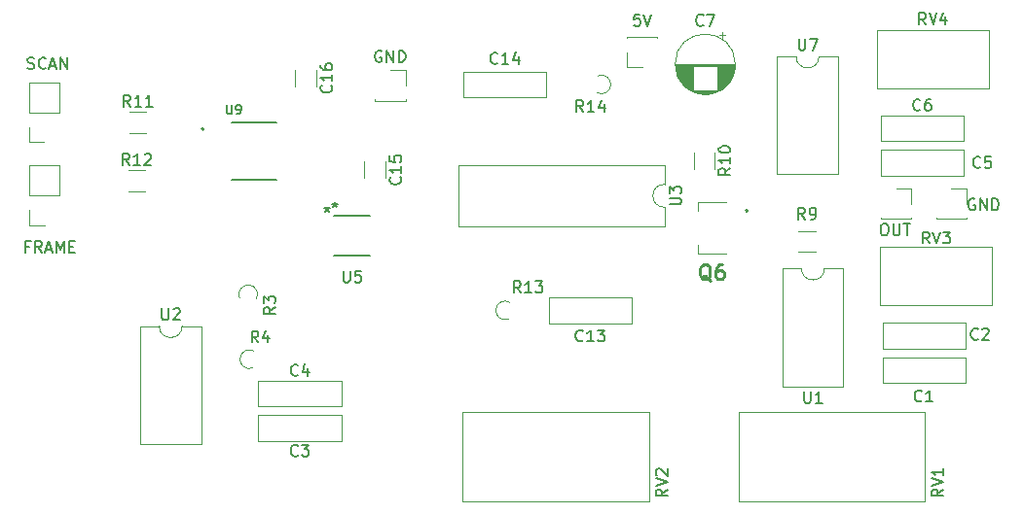
<source format=gbr>
%TF.GenerationSoftware,KiCad,Pcbnew,9.0.1-9.0.1-0~ubuntu24.04.1*%
%TF.CreationDate,2025-05-01T18:06:16+02:00*%
%TF.ProjectId,Circuito_LED,43697263-7569-4746-9f5f-4c45442e6b69,rev?*%
%TF.SameCoordinates,Original*%
%TF.FileFunction,Legend,Top*%
%TF.FilePolarity,Positive*%
%FSLAX46Y46*%
G04 Gerber Fmt 4.6, Leading zero omitted, Abs format (unit mm)*
G04 Created by KiCad (PCBNEW 9.0.1-9.0.1-0~ubuntu24.04.1) date 2025-05-01 18:06:16*
%MOMM*%
%LPD*%
G01*
G04 APERTURE LIST*
%ADD10C,0.150000*%
%ADD11C,0.254000*%
%ADD12C,0.120000*%
%ADD13C,0.152400*%
%ADD14C,0.100000*%
%ADD15C,0.200000*%
%ADD16C,0.127000*%
G04 APERTURE END LIST*
D10*
X169938095Y-94302438D02*
X169842857Y-94254819D01*
X169842857Y-94254819D02*
X169700000Y-94254819D01*
X169700000Y-94254819D02*
X169557143Y-94302438D01*
X169557143Y-94302438D02*
X169461905Y-94397676D01*
X169461905Y-94397676D02*
X169414286Y-94492914D01*
X169414286Y-94492914D02*
X169366667Y-94683390D01*
X169366667Y-94683390D02*
X169366667Y-94826247D01*
X169366667Y-94826247D02*
X169414286Y-95016723D01*
X169414286Y-95016723D02*
X169461905Y-95111961D01*
X169461905Y-95111961D02*
X169557143Y-95207200D01*
X169557143Y-95207200D02*
X169700000Y-95254819D01*
X169700000Y-95254819D02*
X169795238Y-95254819D01*
X169795238Y-95254819D02*
X169938095Y-95207200D01*
X169938095Y-95207200D02*
X169985714Y-95159580D01*
X169985714Y-95159580D02*
X169985714Y-94826247D01*
X169985714Y-94826247D02*
X169795238Y-94826247D01*
X170414286Y-95254819D02*
X170414286Y-94254819D01*
X170414286Y-94254819D02*
X170985714Y-95254819D01*
X170985714Y-95254819D02*
X170985714Y-94254819D01*
X171461905Y-95254819D02*
X171461905Y-94254819D01*
X171461905Y-94254819D02*
X171700000Y-94254819D01*
X171700000Y-94254819D02*
X171842857Y-94302438D01*
X171842857Y-94302438D02*
X171938095Y-94397676D01*
X171938095Y-94397676D02*
X171985714Y-94492914D01*
X171985714Y-94492914D02*
X172033333Y-94683390D01*
X172033333Y-94683390D02*
X172033333Y-94826247D01*
X172033333Y-94826247D02*
X171985714Y-95016723D01*
X171985714Y-95016723D02*
X171938095Y-95111961D01*
X171938095Y-95111961D02*
X171842857Y-95207200D01*
X171842857Y-95207200D02*
X171700000Y-95254819D01*
X171700000Y-95254819D02*
X171461905Y-95254819D01*
X115028747Y-100554819D02*
X115028747Y-101364342D01*
X115028747Y-101364342D02*
X115076366Y-101459580D01*
X115076366Y-101459580D02*
X115123985Y-101507200D01*
X115123985Y-101507200D02*
X115219223Y-101554819D01*
X115219223Y-101554819D02*
X115409699Y-101554819D01*
X115409699Y-101554819D02*
X115504937Y-101507200D01*
X115504937Y-101507200D02*
X115552556Y-101459580D01*
X115552556Y-101459580D02*
X115600175Y-101364342D01*
X115600175Y-101364342D02*
X115600175Y-100554819D01*
X116552556Y-100554819D02*
X116076366Y-100554819D01*
X116076366Y-100554819D02*
X116028747Y-101031009D01*
X116028747Y-101031009D02*
X116076366Y-100983390D01*
X116076366Y-100983390D02*
X116171604Y-100935771D01*
X116171604Y-100935771D02*
X116409699Y-100935771D01*
X116409699Y-100935771D02*
X116504937Y-100983390D01*
X116504937Y-100983390D02*
X116552556Y-101031009D01*
X116552556Y-101031009D02*
X116600175Y-101126247D01*
X116600175Y-101126247D02*
X116600175Y-101364342D01*
X116600175Y-101364342D02*
X116552556Y-101459580D01*
X116552556Y-101459580D02*
X116504937Y-101507200D01*
X116504937Y-101507200D02*
X116409699Y-101554819D01*
X116409699Y-101554819D02*
X116171604Y-101554819D01*
X116171604Y-101554819D02*
X116076366Y-101507200D01*
X116076366Y-101507200D02*
X116028747Y-101459580D01*
X114300000Y-94554819D02*
X114300000Y-94792914D01*
X114061905Y-94697676D02*
X114300000Y-94792914D01*
X114300000Y-94792914D02*
X114538095Y-94697676D01*
X114157143Y-94983390D02*
X114300000Y-94792914D01*
X114300000Y-94792914D02*
X114442857Y-94983390D01*
X113600000Y-94954819D02*
X113600000Y-95192914D01*
X113361905Y-95097676D02*
X113600000Y-95192914D01*
X113600000Y-95192914D02*
X113838095Y-95097676D01*
X113457143Y-95383390D02*
X113600000Y-95192914D01*
X113600000Y-95192914D02*
X113742857Y-95383390D01*
X170428333Y-91489580D02*
X170380714Y-91537200D01*
X170380714Y-91537200D02*
X170237857Y-91584819D01*
X170237857Y-91584819D02*
X170142619Y-91584819D01*
X170142619Y-91584819D02*
X169999762Y-91537200D01*
X169999762Y-91537200D02*
X169904524Y-91441961D01*
X169904524Y-91441961D02*
X169856905Y-91346723D01*
X169856905Y-91346723D02*
X169809286Y-91156247D01*
X169809286Y-91156247D02*
X169809286Y-91013390D01*
X169809286Y-91013390D02*
X169856905Y-90822914D01*
X169856905Y-90822914D02*
X169904524Y-90727676D01*
X169904524Y-90727676D02*
X169999762Y-90632438D01*
X169999762Y-90632438D02*
X170142619Y-90584819D01*
X170142619Y-90584819D02*
X170237857Y-90584819D01*
X170237857Y-90584819D02*
X170380714Y-90632438D01*
X170380714Y-90632438D02*
X170428333Y-90680057D01*
X171333095Y-90584819D02*
X170856905Y-90584819D01*
X170856905Y-90584819D02*
X170809286Y-91061009D01*
X170809286Y-91061009D02*
X170856905Y-91013390D01*
X170856905Y-91013390D02*
X170952143Y-90965771D01*
X170952143Y-90965771D02*
X171190238Y-90965771D01*
X171190238Y-90965771D02*
X171285476Y-91013390D01*
X171285476Y-91013390D02*
X171333095Y-91061009D01*
X171333095Y-91061009D02*
X171380714Y-91156247D01*
X171380714Y-91156247D02*
X171380714Y-91394342D01*
X171380714Y-91394342D02*
X171333095Y-91489580D01*
X171333095Y-91489580D02*
X171285476Y-91537200D01*
X171285476Y-91537200D02*
X171190238Y-91584819D01*
X171190238Y-91584819D02*
X170952143Y-91584819D01*
X170952143Y-91584819D02*
X170856905Y-91537200D01*
X170856905Y-91537200D02*
X170809286Y-91489580D01*
X109124819Y-103711666D02*
X108648628Y-104044999D01*
X109124819Y-104283094D02*
X108124819Y-104283094D01*
X108124819Y-104283094D02*
X108124819Y-103902142D01*
X108124819Y-103902142D02*
X108172438Y-103806904D01*
X108172438Y-103806904D02*
X108220057Y-103759285D01*
X108220057Y-103759285D02*
X108315295Y-103711666D01*
X108315295Y-103711666D02*
X108458152Y-103711666D01*
X108458152Y-103711666D02*
X108553390Y-103759285D01*
X108553390Y-103759285D02*
X108601009Y-103806904D01*
X108601009Y-103806904D02*
X108648628Y-103902142D01*
X108648628Y-103902142D02*
X108648628Y-104283094D01*
X108124819Y-103378332D02*
X108124819Y-102759285D01*
X108124819Y-102759285D02*
X108505771Y-103092618D01*
X108505771Y-103092618D02*
X108505771Y-102949761D01*
X108505771Y-102949761D02*
X108553390Y-102854523D01*
X108553390Y-102854523D02*
X108601009Y-102806904D01*
X108601009Y-102806904D02*
X108696247Y-102759285D01*
X108696247Y-102759285D02*
X108934342Y-102759285D01*
X108934342Y-102759285D02*
X109029580Y-102806904D01*
X109029580Y-102806904D02*
X109077200Y-102854523D01*
X109077200Y-102854523D02*
X109124819Y-102949761D01*
X109124819Y-102949761D02*
X109124819Y-103235475D01*
X109124819Y-103235475D02*
X109077200Y-103330713D01*
X109077200Y-103330713D02*
X109029580Y-103378332D01*
X165208333Y-86489580D02*
X165160714Y-86537200D01*
X165160714Y-86537200D02*
X165017857Y-86584819D01*
X165017857Y-86584819D02*
X164922619Y-86584819D01*
X164922619Y-86584819D02*
X164779762Y-86537200D01*
X164779762Y-86537200D02*
X164684524Y-86441961D01*
X164684524Y-86441961D02*
X164636905Y-86346723D01*
X164636905Y-86346723D02*
X164589286Y-86156247D01*
X164589286Y-86156247D02*
X164589286Y-86013390D01*
X164589286Y-86013390D02*
X164636905Y-85822914D01*
X164636905Y-85822914D02*
X164684524Y-85727676D01*
X164684524Y-85727676D02*
X164779762Y-85632438D01*
X164779762Y-85632438D02*
X164922619Y-85584819D01*
X164922619Y-85584819D02*
X165017857Y-85584819D01*
X165017857Y-85584819D02*
X165160714Y-85632438D01*
X165160714Y-85632438D02*
X165208333Y-85680057D01*
X166065476Y-85584819D02*
X165875000Y-85584819D01*
X165875000Y-85584819D02*
X165779762Y-85632438D01*
X165779762Y-85632438D02*
X165732143Y-85680057D01*
X165732143Y-85680057D02*
X165636905Y-85822914D01*
X165636905Y-85822914D02*
X165589286Y-86013390D01*
X165589286Y-86013390D02*
X165589286Y-86394342D01*
X165589286Y-86394342D02*
X165636905Y-86489580D01*
X165636905Y-86489580D02*
X165684524Y-86537200D01*
X165684524Y-86537200D02*
X165779762Y-86584819D01*
X165779762Y-86584819D02*
X165970238Y-86584819D01*
X165970238Y-86584819D02*
X166065476Y-86537200D01*
X166065476Y-86537200D02*
X166113095Y-86489580D01*
X166113095Y-86489580D02*
X166160714Y-86394342D01*
X166160714Y-86394342D02*
X166160714Y-86156247D01*
X166160714Y-86156247D02*
X166113095Y-86061009D01*
X166113095Y-86061009D02*
X166065476Y-86013390D01*
X166065476Y-86013390D02*
X165970238Y-85965771D01*
X165970238Y-85965771D02*
X165779762Y-85965771D01*
X165779762Y-85965771D02*
X165684524Y-86013390D01*
X165684524Y-86013390D02*
X165636905Y-86061009D01*
X165636905Y-86061009D02*
X165589286Y-86156247D01*
X140809523Y-78204819D02*
X140333333Y-78204819D01*
X140333333Y-78204819D02*
X140285714Y-78681009D01*
X140285714Y-78681009D02*
X140333333Y-78633390D01*
X140333333Y-78633390D02*
X140428571Y-78585771D01*
X140428571Y-78585771D02*
X140666666Y-78585771D01*
X140666666Y-78585771D02*
X140761904Y-78633390D01*
X140761904Y-78633390D02*
X140809523Y-78681009D01*
X140809523Y-78681009D02*
X140857142Y-78776247D01*
X140857142Y-78776247D02*
X140857142Y-79014342D01*
X140857142Y-79014342D02*
X140809523Y-79109580D01*
X140809523Y-79109580D02*
X140761904Y-79157200D01*
X140761904Y-79157200D02*
X140666666Y-79204819D01*
X140666666Y-79204819D02*
X140428571Y-79204819D01*
X140428571Y-79204819D02*
X140333333Y-79157200D01*
X140333333Y-79157200D02*
X140285714Y-79109580D01*
X141142857Y-78204819D02*
X141476190Y-79204819D01*
X141476190Y-79204819D02*
X141809523Y-78204819D01*
X165333333Y-111859580D02*
X165285714Y-111907200D01*
X165285714Y-111907200D02*
X165142857Y-111954819D01*
X165142857Y-111954819D02*
X165047619Y-111954819D01*
X165047619Y-111954819D02*
X164904762Y-111907200D01*
X164904762Y-111907200D02*
X164809524Y-111811961D01*
X164809524Y-111811961D02*
X164761905Y-111716723D01*
X164761905Y-111716723D02*
X164714286Y-111526247D01*
X164714286Y-111526247D02*
X164714286Y-111383390D01*
X164714286Y-111383390D02*
X164761905Y-111192914D01*
X164761905Y-111192914D02*
X164809524Y-111097676D01*
X164809524Y-111097676D02*
X164904762Y-111002438D01*
X164904762Y-111002438D02*
X165047619Y-110954819D01*
X165047619Y-110954819D02*
X165142857Y-110954819D01*
X165142857Y-110954819D02*
X165285714Y-111002438D01*
X165285714Y-111002438D02*
X165333333Y-111050057D01*
X166285714Y-111954819D02*
X165714286Y-111954819D01*
X166000000Y-111954819D02*
X166000000Y-110954819D01*
X166000000Y-110954819D02*
X165904762Y-111097676D01*
X165904762Y-111097676D02*
X165809524Y-111192914D01*
X165809524Y-111192914D02*
X165714286Y-111240533D01*
X143404819Y-94766904D02*
X144214342Y-94766904D01*
X144214342Y-94766904D02*
X144309580Y-94719285D01*
X144309580Y-94719285D02*
X144357200Y-94671666D01*
X144357200Y-94671666D02*
X144404819Y-94576428D01*
X144404819Y-94576428D02*
X144404819Y-94385952D01*
X144404819Y-94385952D02*
X144357200Y-94290714D01*
X144357200Y-94290714D02*
X144309580Y-94243095D01*
X144309580Y-94243095D02*
X144214342Y-94195476D01*
X144214342Y-94195476D02*
X143404819Y-94195476D01*
X143404819Y-93814523D02*
X143404819Y-93195476D01*
X143404819Y-93195476D02*
X143785771Y-93528809D01*
X143785771Y-93528809D02*
X143785771Y-93385952D01*
X143785771Y-93385952D02*
X143833390Y-93290714D01*
X143833390Y-93290714D02*
X143881009Y-93243095D01*
X143881009Y-93243095D02*
X143976247Y-93195476D01*
X143976247Y-93195476D02*
X144214342Y-93195476D01*
X144214342Y-93195476D02*
X144309580Y-93243095D01*
X144309580Y-93243095D02*
X144357200Y-93290714D01*
X144357200Y-93290714D02*
X144404819Y-93385952D01*
X144404819Y-93385952D02*
X144404819Y-93671666D01*
X144404819Y-93671666D02*
X144357200Y-93766904D01*
X144357200Y-93766904D02*
X144309580Y-93814523D01*
X155183333Y-96054819D02*
X154850000Y-95578628D01*
X154611905Y-96054819D02*
X154611905Y-95054819D01*
X154611905Y-95054819D02*
X154992857Y-95054819D01*
X154992857Y-95054819D02*
X155088095Y-95102438D01*
X155088095Y-95102438D02*
X155135714Y-95150057D01*
X155135714Y-95150057D02*
X155183333Y-95245295D01*
X155183333Y-95245295D02*
X155183333Y-95388152D01*
X155183333Y-95388152D02*
X155135714Y-95483390D01*
X155135714Y-95483390D02*
X155088095Y-95531009D01*
X155088095Y-95531009D02*
X154992857Y-95578628D01*
X154992857Y-95578628D02*
X154611905Y-95578628D01*
X155659524Y-96054819D02*
X155850000Y-96054819D01*
X155850000Y-96054819D02*
X155945238Y-96007200D01*
X155945238Y-96007200D02*
X155992857Y-95959580D01*
X155992857Y-95959580D02*
X156088095Y-95816723D01*
X156088095Y-95816723D02*
X156135714Y-95626247D01*
X156135714Y-95626247D02*
X156135714Y-95245295D01*
X156135714Y-95245295D02*
X156088095Y-95150057D01*
X156088095Y-95150057D02*
X156040476Y-95102438D01*
X156040476Y-95102438D02*
X155945238Y-95054819D01*
X155945238Y-95054819D02*
X155754762Y-95054819D01*
X155754762Y-95054819D02*
X155659524Y-95102438D01*
X155659524Y-95102438D02*
X155611905Y-95150057D01*
X155611905Y-95150057D02*
X155564286Y-95245295D01*
X155564286Y-95245295D02*
X155564286Y-95483390D01*
X155564286Y-95483390D02*
X155611905Y-95578628D01*
X155611905Y-95578628D02*
X155659524Y-95626247D01*
X155659524Y-95626247D02*
X155754762Y-95673866D01*
X155754762Y-95673866D02*
X155945238Y-95673866D01*
X155945238Y-95673866D02*
X156040476Y-95626247D01*
X156040476Y-95626247D02*
X156088095Y-95578628D01*
X156088095Y-95578628D02*
X156135714Y-95483390D01*
X170233333Y-106459580D02*
X170185714Y-106507200D01*
X170185714Y-106507200D02*
X170042857Y-106554819D01*
X170042857Y-106554819D02*
X169947619Y-106554819D01*
X169947619Y-106554819D02*
X169804762Y-106507200D01*
X169804762Y-106507200D02*
X169709524Y-106411961D01*
X169709524Y-106411961D02*
X169661905Y-106316723D01*
X169661905Y-106316723D02*
X169614286Y-106126247D01*
X169614286Y-106126247D02*
X169614286Y-105983390D01*
X169614286Y-105983390D02*
X169661905Y-105792914D01*
X169661905Y-105792914D02*
X169709524Y-105697676D01*
X169709524Y-105697676D02*
X169804762Y-105602438D01*
X169804762Y-105602438D02*
X169947619Y-105554819D01*
X169947619Y-105554819D02*
X170042857Y-105554819D01*
X170042857Y-105554819D02*
X170185714Y-105602438D01*
X170185714Y-105602438D02*
X170233333Y-105650057D01*
X170614286Y-105650057D02*
X170661905Y-105602438D01*
X170661905Y-105602438D02*
X170757143Y-105554819D01*
X170757143Y-105554819D02*
X170995238Y-105554819D01*
X170995238Y-105554819D02*
X171090476Y-105602438D01*
X171090476Y-105602438D02*
X171138095Y-105650057D01*
X171138095Y-105650057D02*
X171185714Y-105745295D01*
X171185714Y-105745295D02*
X171185714Y-105840533D01*
X171185714Y-105840533D02*
X171138095Y-105983390D01*
X171138095Y-105983390D02*
X170566667Y-106554819D01*
X170566667Y-106554819D02*
X171185714Y-106554819D01*
X107628333Y-106784819D02*
X107295000Y-106308628D01*
X107056905Y-106784819D02*
X107056905Y-105784819D01*
X107056905Y-105784819D02*
X107437857Y-105784819D01*
X107437857Y-105784819D02*
X107533095Y-105832438D01*
X107533095Y-105832438D02*
X107580714Y-105880057D01*
X107580714Y-105880057D02*
X107628333Y-105975295D01*
X107628333Y-105975295D02*
X107628333Y-106118152D01*
X107628333Y-106118152D02*
X107580714Y-106213390D01*
X107580714Y-106213390D02*
X107533095Y-106261009D01*
X107533095Y-106261009D02*
X107437857Y-106308628D01*
X107437857Y-106308628D02*
X107056905Y-106308628D01*
X108485476Y-106118152D02*
X108485476Y-106784819D01*
X108247381Y-105737200D02*
X108009286Y-106451485D01*
X108009286Y-106451485D02*
X108628333Y-106451485D01*
X96507142Y-86224819D02*
X96173809Y-85748628D01*
X95935714Y-86224819D02*
X95935714Y-85224819D01*
X95935714Y-85224819D02*
X96316666Y-85224819D01*
X96316666Y-85224819D02*
X96411904Y-85272438D01*
X96411904Y-85272438D02*
X96459523Y-85320057D01*
X96459523Y-85320057D02*
X96507142Y-85415295D01*
X96507142Y-85415295D02*
X96507142Y-85558152D01*
X96507142Y-85558152D02*
X96459523Y-85653390D01*
X96459523Y-85653390D02*
X96411904Y-85701009D01*
X96411904Y-85701009D02*
X96316666Y-85748628D01*
X96316666Y-85748628D02*
X95935714Y-85748628D01*
X97459523Y-86224819D02*
X96888095Y-86224819D01*
X97173809Y-86224819D02*
X97173809Y-85224819D01*
X97173809Y-85224819D02*
X97078571Y-85367676D01*
X97078571Y-85367676D02*
X96983333Y-85462914D01*
X96983333Y-85462914D02*
X96888095Y-85510533D01*
X98411904Y-86224819D02*
X97840476Y-86224819D01*
X98126190Y-86224819D02*
X98126190Y-85224819D01*
X98126190Y-85224819D02*
X98030952Y-85367676D01*
X98030952Y-85367676D02*
X97935714Y-85462914D01*
X97935714Y-85462914D02*
X97840476Y-85510533D01*
X118338095Y-81402438D02*
X118242857Y-81354819D01*
X118242857Y-81354819D02*
X118100000Y-81354819D01*
X118100000Y-81354819D02*
X117957143Y-81402438D01*
X117957143Y-81402438D02*
X117861905Y-81497676D01*
X117861905Y-81497676D02*
X117814286Y-81592914D01*
X117814286Y-81592914D02*
X117766667Y-81783390D01*
X117766667Y-81783390D02*
X117766667Y-81926247D01*
X117766667Y-81926247D02*
X117814286Y-82116723D01*
X117814286Y-82116723D02*
X117861905Y-82211961D01*
X117861905Y-82211961D02*
X117957143Y-82307200D01*
X117957143Y-82307200D02*
X118100000Y-82354819D01*
X118100000Y-82354819D02*
X118195238Y-82354819D01*
X118195238Y-82354819D02*
X118338095Y-82307200D01*
X118338095Y-82307200D02*
X118385714Y-82259580D01*
X118385714Y-82259580D02*
X118385714Y-81926247D01*
X118385714Y-81926247D02*
X118195238Y-81926247D01*
X118814286Y-82354819D02*
X118814286Y-81354819D01*
X118814286Y-81354819D02*
X119385714Y-82354819D01*
X119385714Y-82354819D02*
X119385714Y-81354819D01*
X119861905Y-82354819D02*
X119861905Y-81354819D01*
X119861905Y-81354819D02*
X120100000Y-81354819D01*
X120100000Y-81354819D02*
X120242857Y-81402438D01*
X120242857Y-81402438D02*
X120338095Y-81497676D01*
X120338095Y-81497676D02*
X120385714Y-81592914D01*
X120385714Y-81592914D02*
X120433333Y-81783390D01*
X120433333Y-81783390D02*
X120433333Y-81926247D01*
X120433333Y-81926247D02*
X120385714Y-82116723D01*
X120385714Y-82116723D02*
X120338095Y-82211961D01*
X120338095Y-82211961D02*
X120242857Y-82307200D01*
X120242857Y-82307200D02*
X120100000Y-82354819D01*
X120100000Y-82354819D02*
X119861905Y-82354819D01*
X128437142Y-82424580D02*
X128389523Y-82472200D01*
X128389523Y-82472200D02*
X128246666Y-82519819D01*
X128246666Y-82519819D02*
X128151428Y-82519819D01*
X128151428Y-82519819D02*
X128008571Y-82472200D01*
X128008571Y-82472200D02*
X127913333Y-82376961D01*
X127913333Y-82376961D02*
X127865714Y-82281723D01*
X127865714Y-82281723D02*
X127818095Y-82091247D01*
X127818095Y-82091247D02*
X127818095Y-81948390D01*
X127818095Y-81948390D02*
X127865714Y-81757914D01*
X127865714Y-81757914D02*
X127913333Y-81662676D01*
X127913333Y-81662676D02*
X128008571Y-81567438D01*
X128008571Y-81567438D02*
X128151428Y-81519819D01*
X128151428Y-81519819D02*
X128246666Y-81519819D01*
X128246666Y-81519819D02*
X128389523Y-81567438D01*
X128389523Y-81567438D02*
X128437142Y-81615057D01*
X129389523Y-82519819D02*
X128818095Y-82519819D01*
X129103809Y-82519819D02*
X129103809Y-81519819D01*
X129103809Y-81519819D02*
X129008571Y-81662676D01*
X129008571Y-81662676D02*
X128913333Y-81757914D01*
X128913333Y-81757914D02*
X128818095Y-81805533D01*
X130246666Y-81853152D02*
X130246666Y-82519819D01*
X130008571Y-81472200D02*
X129770476Y-82186485D01*
X129770476Y-82186485D02*
X130389523Y-82186485D01*
X148684819Y-91592857D02*
X148208628Y-91926190D01*
X148684819Y-92164285D02*
X147684819Y-92164285D01*
X147684819Y-92164285D02*
X147684819Y-91783333D01*
X147684819Y-91783333D02*
X147732438Y-91688095D01*
X147732438Y-91688095D02*
X147780057Y-91640476D01*
X147780057Y-91640476D02*
X147875295Y-91592857D01*
X147875295Y-91592857D02*
X148018152Y-91592857D01*
X148018152Y-91592857D02*
X148113390Y-91640476D01*
X148113390Y-91640476D02*
X148161009Y-91688095D01*
X148161009Y-91688095D02*
X148208628Y-91783333D01*
X148208628Y-91783333D02*
X148208628Y-92164285D01*
X148684819Y-90640476D02*
X148684819Y-91211904D01*
X148684819Y-90926190D02*
X147684819Y-90926190D01*
X147684819Y-90926190D02*
X147827676Y-91021428D01*
X147827676Y-91021428D02*
X147922914Y-91116666D01*
X147922914Y-91116666D02*
X147970533Y-91211904D01*
X147684819Y-90021428D02*
X147684819Y-89926190D01*
X147684819Y-89926190D02*
X147732438Y-89830952D01*
X147732438Y-89830952D02*
X147780057Y-89783333D01*
X147780057Y-89783333D02*
X147875295Y-89735714D01*
X147875295Y-89735714D02*
X148065771Y-89688095D01*
X148065771Y-89688095D02*
X148303866Y-89688095D01*
X148303866Y-89688095D02*
X148494342Y-89735714D01*
X148494342Y-89735714D02*
X148589580Y-89783333D01*
X148589580Y-89783333D02*
X148637200Y-89830952D01*
X148637200Y-89830952D02*
X148684819Y-89926190D01*
X148684819Y-89926190D02*
X148684819Y-90021428D01*
X148684819Y-90021428D02*
X148637200Y-90116666D01*
X148637200Y-90116666D02*
X148589580Y-90164285D01*
X148589580Y-90164285D02*
X148494342Y-90211904D01*
X148494342Y-90211904D02*
X148303866Y-90259523D01*
X148303866Y-90259523D02*
X148065771Y-90259523D01*
X148065771Y-90259523D02*
X147875295Y-90211904D01*
X147875295Y-90211904D02*
X147780057Y-90164285D01*
X147780057Y-90164285D02*
X147732438Y-90116666D01*
X147732438Y-90116666D02*
X147684819Y-90021428D01*
X146333333Y-79109580D02*
X146285714Y-79157200D01*
X146285714Y-79157200D02*
X146142857Y-79204819D01*
X146142857Y-79204819D02*
X146047619Y-79204819D01*
X146047619Y-79204819D02*
X145904762Y-79157200D01*
X145904762Y-79157200D02*
X145809524Y-79061961D01*
X145809524Y-79061961D02*
X145761905Y-78966723D01*
X145761905Y-78966723D02*
X145714286Y-78776247D01*
X145714286Y-78776247D02*
X145714286Y-78633390D01*
X145714286Y-78633390D02*
X145761905Y-78442914D01*
X145761905Y-78442914D02*
X145809524Y-78347676D01*
X145809524Y-78347676D02*
X145904762Y-78252438D01*
X145904762Y-78252438D02*
X146047619Y-78204819D01*
X146047619Y-78204819D02*
X146142857Y-78204819D01*
X146142857Y-78204819D02*
X146285714Y-78252438D01*
X146285714Y-78252438D02*
X146333333Y-78300057D01*
X146666667Y-78204819D02*
X147333333Y-78204819D01*
X147333333Y-78204819D02*
X146904762Y-79204819D01*
X99243095Y-103814819D02*
X99243095Y-104624342D01*
X99243095Y-104624342D02*
X99290714Y-104719580D01*
X99290714Y-104719580D02*
X99338333Y-104767200D01*
X99338333Y-104767200D02*
X99433571Y-104814819D01*
X99433571Y-104814819D02*
X99624047Y-104814819D01*
X99624047Y-104814819D02*
X99719285Y-104767200D01*
X99719285Y-104767200D02*
X99766904Y-104719580D01*
X99766904Y-104719580D02*
X99814523Y-104624342D01*
X99814523Y-104624342D02*
X99814523Y-103814819D01*
X100243095Y-103910057D02*
X100290714Y-103862438D01*
X100290714Y-103862438D02*
X100385952Y-103814819D01*
X100385952Y-103814819D02*
X100624047Y-103814819D01*
X100624047Y-103814819D02*
X100719285Y-103862438D01*
X100719285Y-103862438D02*
X100766904Y-103910057D01*
X100766904Y-103910057D02*
X100814523Y-104005295D01*
X100814523Y-104005295D02*
X100814523Y-104100533D01*
X100814523Y-104100533D02*
X100766904Y-104243390D01*
X100766904Y-104243390D02*
X100195476Y-104814819D01*
X100195476Y-104814819D02*
X100814523Y-104814819D01*
D11*
X146979047Y-101395270D02*
X146858095Y-101334794D01*
X146858095Y-101334794D02*
X146737142Y-101213842D01*
X146737142Y-101213842D02*
X146555714Y-101032413D01*
X146555714Y-101032413D02*
X146434761Y-100971937D01*
X146434761Y-100971937D02*
X146313809Y-100971937D01*
X146374285Y-101274318D02*
X146253333Y-101213842D01*
X146253333Y-101213842D02*
X146132380Y-101092889D01*
X146132380Y-101092889D02*
X146071904Y-100850984D01*
X146071904Y-100850984D02*
X146071904Y-100427651D01*
X146071904Y-100427651D02*
X146132380Y-100185746D01*
X146132380Y-100185746D02*
X146253333Y-100064794D01*
X146253333Y-100064794D02*
X146374285Y-100004318D01*
X146374285Y-100004318D02*
X146616190Y-100004318D01*
X146616190Y-100004318D02*
X146737142Y-100064794D01*
X146737142Y-100064794D02*
X146858095Y-100185746D01*
X146858095Y-100185746D02*
X146918571Y-100427651D01*
X146918571Y-100427651D02*
X146918571Y-100850984D01*
X146918571Y-100850984D02*
X146858095Y-101092889D01*
X146858095Y-101092889D02*
X146737142Y-101213842D01*
X146737142Y-101213842D02*
X146616190Y-101274318D01*
X146616190Y-101274318D02*
X146374285Y-101274318D01*
X148007142Y-100004318D02*
X147765237Y-100004318D01*
X147765237Y-100004318D02*
X147644285Y-100064794D01*
X147644285Y-100064794D02*
X147583809Y-100125270D01*
X147583809Y-100125270D02*
X147462856Y-100306699D01*
X147462856Y-100306699D02*
X147402380Y-100548603D01*
X147402380Y-100548603D02*
X147402380Y-101032413D01*
X147402380Y-101032413D02*
X147462856Y-101153365D01*
X147462856Y-101153365D02*
X147523333Y-101213842D01*
X147523333Y-101213842D02*
X147644285Y-101274318D01*
X147644285Y-101274318D02*
X147886190Y-101274318D01*
X147886190Y-101274318D02*
X148007142Y-101213842D01*
X148007142Y-101213842D02*
X148067618Y-101153365D01*
X148067618Y-101153365D02*
X148128095Y-101032413D01*
X148128095Y-101032413D02*
X148128095Y-100730032D01*
X148128095Y-100730032D02*
X148067618Y-100609080D01*
X148067618Y-100609080D02*
X148007142Y-100548603D01*
X148007142Y-100548603D02*
X147886190Y-100488127D01*
X147886190Y-100488127D02*
X147644285Y-100488127D01*
X147644285Y-100488127D02*
X147523333Y-100548603D01*
X147523333Y-100548603D02*
X147462856Y-100609080D01*
X147462856Y-100609080D02*
X147402380Y-100730032D01*
D10*
X135892142Y-86689819D02*
X135558809Y-86213628D01*
X135320714Y-86689819D02*
X135320714Y-85689819D01*
X135320714Y-85689819D02*
X135701666Y-85689819D01*
X135701666Y-85689819D02*
X135796904Y-85737438D01*
X135796904Y-85737438D02*
X135844523Y-85785057D01*
X135844523Y-85785057D02*
X135892142Y-85880295D01*
X135892142Y-85880295D02*
X135892142Y-86023152D01*
X135892142Y-86023152D02*
X135844523Y-86118390D01*
X135844523Y-86118390D02*
X135796904Y-86166009D01*
X135796904Y-86166009D02*
X135701666Y-86213628D01*
X135701666Y-86213628D02*
X135320714Y-86213628D01*
X136844523Y-86689819D02*
X136273095Y-86689819D01*
X136558809Y-86689819D02*
X136558809Y-85689819D01*
X136558809Y-85689819D02*
X136463571Y-85832676D01*
X136463571Y-85832676D02*
X136368333Y-85927914D01*
X136368333Y-85927914D02*
X136273095Y-85975533D01*
X137701666Y-86023152D02*
X137701666Y-86689819D01*
X137463571Y-85642200D02*
X137225476Y-86356485D01*
X137225476Y-86356485D02*
X137844523Y-86356485D01*
X111083333Y-116609580D02*
X111035714Y-116657200D01*
X111035714Y-116657200D02*
X110892857Y-116704819D01*
X110892857Y-116704819D02*
X110797619Y-116704819D01*
X110797619Y-116704819D02*
X110654762Y-116657200D01*
X110654762Y-116657200D02*
X110559524Y-116561961D01*
X110559524Y-116561961D02*
X110511905Y-116466723D01*
X110511905Y-116466723D02*
X110464286Y-116276247D01*
X110464286Y-116276247D02*
X110464286Y-116133390D01*
X110464286Y-116133390D02*
X110511905Y-115942914D01*
X110511905Y-115942914D02*
X110559524Y-115847676D01*
X110559524Y-115847676D02*
X110654762Y-115752438D01*
X110654762Y-115752438D02*
X110797619Y-115704819D01*
X110797619Y-115704819D02*
X110892857Y-115704819D01*
X110892857Y-115704819D02*
X111035714Y-115752438D01*
X111035714Y-115752438D02*
X111083333Y-115800057D01*
X111416667Y-115704819D02*
X112035714Y-115704819D01*
X112035714Y-115704819D02*
X111702381Y-116085771D01*
X111702381Y-116085771D02*
X111845238Y-116085771D01*
X111845238Y-116085771D02*
X111940476Y-116133390D01*
X111940476Y-116133390D02*
X111988095Y-116181009D01*
X111988095Y-116181009D02*
X112035714Y-116276247D01*
X112035714Y-116276247D02*
X112035714Y-116514342D01*
X112035714Y-116514342D02*
X111988095Y-116609580D01*
X111988095Y-116609580D02*
X111940476Y-116657200D01*
X111940476Y-116657200D02*
X111845238Y-116704819D01*
X111845238Y-116704819D02*
X111559524Y-116704819D01*
X111559524Y-116704819D02*
X111464286Y-116657200D01*
X111464286Y-116657200D02*
X111416667Y-116609580D01*
X113959580Y-84392857D02*
X114007200Y-84440476D01*
X114007200Y-84440476D02*
X114054819Y-84583333D01*
X114054819Y-84583333D02*
X114054819Y-84678571D01*
X114054819Y-84678571D02*
X114007200Y-84821428D01*
X114007200Y-84821428D02*
X113911961Y-84916666D01*
X113911961Y-84916666D02*
X113816723Y-84964285D01*
X113816723Y-84964285D02*
X113626247Y-85011904D01*
X113626247Y-85011904D02*
X113483390Y-85011904D01*
X113483390Y-85011904D02*
X113292914Y-84964285D01*
X113292914Y-84964285D02*
X113197676Y-84916666D01*
X113197676Y-84916666D02*
X113102438Y-84821428D01*
X113102438Y-84821428D02*
X113054819Y-84678571D01*
X113054819Y-84678571D02*
X113054819Y-84583333D01*
X113054819Y-84583333D02*
X113102438Y-84440476D01*
X113102438Y-84440476D02*
X113150057Y-84392857D01*
X114054819Y-83440476D02*
X114054819Y-84011904D01*
X114054819Y-83726190D02*
X113054819Y-83726190D01*
X113054819Y-83726190D02*
X113197676Y-83821428D01*
X113197676Y-83821428D02*
X113292914Y-83916666D01*
X113292914Y-83916666D02*
X113340533Y-84011904D01*
X113054819Y-82583333D02*
X113054819Y-82773809D01*
X113054819Y-82773809D02*
X113102438Y-82869047D01*
X113102438Y-82869047D02*
X113150057Y-82916666D01*
X113150057Y-82916666D02*
X113292914Y-83011904D01*
X113292914Y-83011904D02*
X113483390Y-83059523D01*
X113483390Y-83059523D02*
X113864342Y-83059523D01*
X113864342Y-83059523D02*
X113959580Y-83011904D01*
X113959580Y-83011904D02*
X114007200Y-82964285D01*
X114007200Y-82964285D02*
X114054819Y-82869047D01*
X114054819Y-82869047D02*
X114054819Y-82678571D01*
X114054819Y-82678571D02*
X114007200Y-82583333D01*
X114007200Y-82583333D02*
X113959580Y-82535714D01*
X113959580Y-82535714D02*
X113864342Y-82488095D01*
X113864342Y-82488095D02*
X113626247Y-82488095D01*
X113626247Y-82488095D02*
X113531009Y-82535714D01*
X113531009Y-82535714D02*
X113483390Y-82583333D01*
X113483390Y-82583333D02*
X113435771Y-82678571D01*
X113435771Y-82678571D02*
X113435771Y-82869047D01*
X113435771Y-82869047D02*
X113483390Y-82964285D01*
X113483390Y-82964285D02*
X113531009Y-83011904D01*
X113531009Y-83011904D02*
X113626247Y-83059523D01*
X130457142Y-102454819D02*
X130123809Y-101978628D01*
X129885714Y-102454819D02*
X129885714Y-101454819D01*
X129885714Y-101454819D02*
X130266666Y-101454819D01*
X130266666Y-101454819D02*
X130361904Y-101502438D01*
X130361904Y-101502438D02*
X130409523Y-101550057D01*
X130409523Y-101550057D02*
X130457142Y-101645295D01*
X130457142Y-101645295D02*
X130457142Y-101788152D01*
X130457142Y-101788152D02*
X130409523Y-101883390D01*
X130409523Y-101883390D02*
X130361904Y-101931009D01*
X130361904Y-101931009D02*
X130266666Y-101978628D01*
X130266666Y-101978628D02*
X129885714Y-101978628D01*
X131409523Y-102454819D02*
X130838095Y-102454819D01*
X131123809Y-102454819D02*
X131123809Y-101454819D01*
X131123809Y-101454819D02*
X131028571Y-101597676D01*
X131028571Y-101597676D02*
X130933333Y-101692914D01*
X130933333Y-101692914D02*
X130838095Y-101740533D01*
X131742857Y-101454819D02*
X132361904Y-101454819D01*
X132361904Y-101454819D02*
X132028571Y-101835771D01*
X132028571Y-101835771D02*
X132171428Y-101835771D01*
X132171428Y-101835771D02*
X132266666Y-101883390D01*
X132266666Y-101883390D02*
X132314285Y-101931009D01*
X132314285Y-101931009D02*
X132361904Y-102026247D01*
X132361904Y-102026247D02*
X132361904Y-102264342D01*
X132361904Y-102264342D02*
X132314285Y-102359580D01*
X132314285Y-102359580D02*
X132266666Y-102407200D01*
X132266666Y-102407200D02*
X132171428Y-102454819D01*
X132171428Y-102454819D02*
X131885714Y-102454819D01*
X131885714Y-102454819D02*
X131790476Y-102407200D01*
X131790476Y-102407200D02*
X131742857Y-102359580D01*
X143204819Y-119595238D02*
X142728628Y-119928571D01*
X143204819Y-120166666D02*
X142204819Y-120166666D01*
X142204819Y-120166666D02*
X142204819Y-119785714D01*
X142204819Y-119785714D02*
X142252438Y-119690476D01*
X142252438Y-119690476D02*
X142300057Y-119642857D01*
X142300057Y-119642857D02*
X142395295Y-119595238D01*
X142395295Y-119595238D02*
X142538152Y-119595238D01*
X142538152Y-119595238D02*
X142633390Y-119642857D01*
X142633390Y-119642857D02*
X142681009Y-119690476D01*
X142681009Y-119690476D02*
X142728628Y-119785714D01*
X142728628Y-119785714D02*
X142728628Y-120166666D01*
X142204819Y-119309523D02*
X143204819Y-118976190D01*
X143204819Y-118976190D02*
X142204819Y-118642857D01*
X142300057Y-118357142D02*
X142252438Y-118309523D01*
X142252438Y-118309523D02*
X142204819Y-118214285D01*
X142204819Y-118214285D02*
X142204819Y-117976190D01*
X142204819Y-117976190D02*
X142252438Y-117880952D01*
X142252438Y-117880952D02*
X142300057Y-117833333D01*
X142300057Y-117833333D02*
X142395295Y-117785714D01*
X142395295Y-117785714D02*
X142490533Y-117785714D01*
X142490533Y-117785714D02*
X142633390Y-117833333D01*
X142633390Y-117833333D02*
X143204819Y-118404761D01*
X143204819Y-118404761D02*
X143204819Y-117785714D01*
X155108095Y-111054819D02*
X155108095Y-111864342D01*
X155108095Y-111864342D02*
X155155714Y-111959580D01*
X155155714Y-111959580D02*
X155203333Y-112007200D01*
X155203333Y-112007200D02*
X155298571Y-112054819D01*
X155298571Y-112054819D02*
X155489047Y-112054819D01*
X155489047Y-112054819D02*
X155584285Y-112007200D01*
X155584285Y-112007200D02*
X155631904Y-111959580D01*
X155631904Y-111959580D02*
X155679523Y-111864342D01*
X155679523Y-111864342D02*
X155679523Y-111054819D01*
X156679523Y-112054819D02*
X156108095Y-112054819D01*
X156393809Y-112054819D02*
X156393809Y-111054819D01*
X156393809Y-111054819D02*
X156298571Y-111197676D01*
X156298571Y-111197676D02*
X156203333Y-111292914D01*
X156203333Y-111292914D02*
X156108095Y-111340533D01*
X167204819Y-119595238D02*
X166728628Y-119928571D01*
X167204819Y-120166666D02*
X166204819Y-120166666D01*
X166204819Y-120166666D02*
X166204819Y-119785714D01*
X166204819Y-119785714D02*
X166252438Y-119690476D01*
X166252438Y-119690476D02*
X166300057Y-119642857D01*
X166300057Y-119642857D02*
X166395295Y-119595238D01*
X166395295Y-119595238D02*
X166538152Y-119595238D01*
X166538152Y-119595238D02*
X166633390Y-119642857D01*
X166633390Y-119642857D02*
X166681009Y-119690476D01*
X166681009Y-119690476D02*
X166728628Y-119785714D01*
X166728628Y-119785714D02*
X166728628Y-120166666D01*
X166204819Y-119309523D02*
X167204819Y-118976190D01*
X167204819Y-118976190D02*
X166204819Y-118642857D01*
X167204819Y-117785714D02*
X167204819Y-118357142D01*
X167204819Y-118071428D02*
X166204819Y-118071428D01*
X166204819Y-118071428D02*
X166347676Y-118166666D01*
X166347676Y-118166666D02*
X166442914Y-118261904D01*
X166442914Y-118261904D02*
X166490533Y-118357142D01*
X96407142Y-91324819D02*
X96073809Y-90848628D01*
X95835714Y-91324819D02*
X95835714Y-90324819D01*
X95835714Y-90324819D02*
X96216666Y-90324819D01*
X96216666Y-90324819D02*
X96311904Y-90372438D01*
X96311904Y-90372438D02*
X96359523Y-90420057D01*
X96359523Y-90420057D02*
X96407142Y-90515295D01*
X96407142Y-90515295D02*
X96407142Y-90658152D01*
X96407142Y-90658152D02*
X96359523Y-90753390D01*
X96359523Y-90753390D02*
X96311904Y-90801009D01*
X96311904Y-90801009D02*
X96216666Y-90848628D01*
X96216666Y-90848628D02*
X95835714Y-90848628D01*
X97359523Y-91324819D02*
X96788095Y-91324819D01*
X97073809Y-91324819D02*
X97073809Y-90324819D01*
X97073809Y-90324819D02*
X96978571Y-90467676D01*
X96978571Y-90467676D02*
X96883333Y-90562914D01*
X96883333Y-90562914D02*
X96788095Y-90610533D01*
X97740476Y-90420057D02*
X97788095Y-90372438D01*
X97788095Y-90372438D02*
X97883333Y-90324819D01*
X97883333Y-90324819D02*
X98121428Y-90324819D01*
X98121428Y-90324819D02*
X98216666Y-90372438D01*
X98216666Y-90372438D02*
X98264285Y-90420057D01*
X98264285Y-90420057D02*
X98311904Y-90515295D01*
X98311904Y-90515295D02*
X98311904Y-90610533D01*
X98311904Y-90610533D02*
X98264285Y-90753390D01*
X98264285Y-90753390D02*
X97692857Y-91324819D01*
X97692857Y-91324819D02*
X98311904Y-91324819D01*
X104890476Y-86062295D02*
X104890476Y-86709914D01*
X104890476Y-86709914D02*
X104928571Y-86786104D01*
X104928571Y-86786104D02*
X104966666Y-86824200D01*
X104966666Y-86824200D02*
X105042857Y-86862295D01*
X105042857Y-86862295D02*
X105195238Y-86862295D01*
X105195238Y-86862295D02*
X105271428Y-86824200D01*
X105271428Y-86824200D02*
X105309523Y-86786104D01*
X105309523Y-86786104D02*
X105347619Y-86709914D01*
X105347619Y-86709914D02*
X105347619Y-86062295D01*
X105766666Y-86862295D02*
X105919047Y-86862295D01*
X105919047Y-86862295D02*
X105995237Y-86824200D01*
X105995237Y-86824200D02*
X106033333Y-86786104D01*
X106033333Y-86786104D02*
X106109523Y-86671819D01*
X106109523Y-86671819D02*
X106147618Y-86519438D01*
X106147618Y-86519438D02*
X106147618Y-86214676D01*
X106147618Y-86214676D02*
X106109523Y-86138485D01*
X106109523Y-86138485D02*
X106071428Y-86100390D01*
X106071428Y-86100390D02*
X105995237Y-86062295D01*
X105995237Y-86062295D02*
X105842856Y-86062295D01*
X105842856Y-86062295D02*
X105766666Y-86100390D01*
X105766666Y-86100390D02*
X105728571Y-86138485D01*
X105728571Y-86138485D02*
X105690475Y-86214676D01*
X105690475Y-86214676D02*
X105690475Y-86405152D01*
X105690475Y-86405152D02*
X105728571Y-86481342D01*
X105728571Y-86481342D02*
X105766666Y-86519438D01*
X105766666Y-86519438D02*
X105842856Y-86557533D01*
X105842856Y-86557533D02*
X105995237Y-86557533D01*
X105995237Y-86557533D02*
X106071428Y-86519438D01*
X106071428Y-86519438D02*
X106109523Y-86481342D01*
X106109523Y-86481342D02*
X106147618Y-86405152D01*
X162000000Y-96454819D02*
X162190476Y-96454819D01*
X162190476Y-96454819D02*
X162285714Y-96502438D01*
X162285714Y-96502438D02*
X162380952Y-96597676D01*
X162380952Y-96597676D02*
X162428571Y-96788152D01*
X162428571Y-96788152D02*
X162428571Y-97121485D01*
X162428571Y-97121485D02*
X162380952Y-97311961D01*
X162380952Y-97311961D02*
X162285714Y-97407200D01*
X162285714Y-97407200D02*
X162190476Y-97454819D01*
X162190476Y-97454819D02*
X162000000Y-97454819D01*
X162000000Y-97454819D02*
X161904762Y-97407200D01*
X161904762Y-97407200D02*
X161809524Y-97311961D01*
X161809524Y-97311961D02*
X161761905Y-97121485D01*
X161761905Y-97121485D02*
X161761905Y-96788152D01*
X161761905Y-96788152D02*
X161809524Y-96597676D01*
X161809524Y-96597676D02*
X161904762Y-96502438D01*
X161904762Y-96502438D02*
X162000000Y-96454819D01*
X162857143Y-96454819D02*
X162857143Y-97264342D01*
X162857143Y-97264342D02*
X162904762Y-97359580D01*
X162904762Y-97359580D02*
X162952381Y-97407200D01*
X162952381Y-97407200D02*
X163047619Y-97454819D01*
X163047619Y-97454819D02*
X163238095Y-97454819D01*
X163238095Y-97454819D02*
X163333333Y-97407200D01*
X163333333Y-97407200D02*
X163380952Y-97359580D01*
X163380952Y-97359580D02*
X163428571Y-97264342D01*
X163428571Y-97264342D02*
X163428571Y-96454819D01*
X163761905Y-96454819D02*
X164333333Y-96454819D01*
X164047619Y-97454819D02*
X164047619Y-96454819D01*
X111083333Y-109609580D02*
X111035714Y-109657200D01*
X111035714Y-109657200D02*
X110892857Y-109704819D01*
X110892857Y-109704819D02*
X110797619Y-109704819D01*
X110797619Y-109704819D02*
X110654762Y-109657200D01*
X110654762Y-109657200D02*
X110559524Y-109561961D01*
X110559524Y-109561961D02*
X110511905Y-109466723D01*
X110511905Y-109466723D02*
X110464286Y-109276247D01*
X110464286Y-109276247D02*
X110464286Y-109133390D01*
X110464286Y-109133390D02*
X110511905Y-108942914D01*
X110511905Y-108942914D02*
X110559524Y-108847676D01*
X110559524Y-108847676D02*
X110654762Y-108752438D01*
X110654762Y-108752438D02*
X110797619Y-108704819D01*
X110797619Y-108704819D02*
X110892857Y-108704819D01*
X110892857Y-108704819D02*
X111035714Y-108752438D01*
X111035714Y-108752438D02*
X111083333Y-108800057D01*
X111940476Y-109038152D02*
X111940476Y-109704819D01*
X111702381Y-108657200D02*
X111464286Y-109371485D01*
X111464286Y-109371485D02*
X112083333Y-109371485D01*
X135857142Y-106609580D02*
X135809523Y-106657200D01*
X135809523Y-106657200D02*
X135666666Y-106704819D01*
X135666666Y-106704819D02*
X135571428Y-106704819D01*
X135571428Y-106704819D02*
X135428571Y-106657200D01*
X135428571Y-106657200D02*
X135333333Y-106561961D01*
X135333333Y-106561961D02*
X135285714Y-106466723D01*
X135285714Y-106466723D02*
X135238095Y-106276247D01*
X135238095Y-106276247D02*
X135238095Y-106133390D01*
X135238095Y-106133390D02*
X135285714Y-105942914D01*
X135285714Y-105942914D02*
X135333333Y-105847676D01*
X135333333Y-105847676D02*
X135428571Y-105752438D01*
X135428571Y-105752438D02*
X135571428Y-105704819D01*
X135571428Y-105704819D02*
X135666666Y-105704819D01*
X135666666Y-105704819D02*
X135809523Y-105752438D01*
X135809523Y-105752438D02*
X135857142Y-105800057D01*
X136809523Y-106704819D02*
X136238095Y-106704819D01*
X136523809Y-106704819D02*
X136523809Y-105704819D01*
X136523809Y-105704819D02*
X136428571Y-105847676D01*
X136428571Y-105847676D02*
X136333333Y-105942914D01*
X136333333Y-105942914D02*
X136238095Y-105990533D01*
X137142857Y-105704819D02*
X137761904Y-105704819D01*
X137761904Y-105704819D02*
X137428571Y-106085771D01*
X137428571Y-106085771D02*
X137571428Y-106085771D01*
X137571428Y-106085771D02*
X137666666Y-106133390D01*
X137666666Y-106133390D02*
X137714285Y-106181009D01*
X137714285Y-106181009D02*
X137761904Y-106276247D01*
X137761904Y-106276247D02*
X137761904Y-106514342D01*
X137761904Y-106514342D02*
X137714285Y-106609580D01*
X137714285Y-106609580D02*
X137666666Y-106657200D01*
X137666666Y-106657200D02*
X137571428Y-106704819D01*
X137571428Y-106704819D02*
X137285714Y-106704819D01*
X137285714Y-106704819D02*
X137190476Y-106657200D01*
X137190476Y-106657200D02*
X137142857Y-106609580D01*
X166004761Y-98154819D02*
X165671428Y-97678628D01*
X165433333Y-98154819D02*
X165433333Y-97154819D01*
X165433333Y-97154819D02*
X165814285Y-97154819D01*
X165814285Y-97154819D02*
X165909523Y-97202438D01*
X165909523Y-97202438D02*
X165957142Y-97250057D01*
X165957142Y-97250057D02*
X166004761Y-97345295D01*
X166004761Y-97345295D02*
X166004761Y-97488152D01*
X166004761Y-97488152D02*
X165957142Y-97583390D01*
X165957142Y-97583390D02*
X165909523Y-97631009D01*
X165909523Y-97631009D02*
X165814285Y-97678628D01*
X165814285Y-97678628D02*
X165433333Y-97678628D01*
X166290476Y-97154819D02*
X166623809Y-98154819D01*
X166623809Y-98154819D02*
X166957142Y-97154819D01*
X167195238Y-97154819D02*
X167814285Y-97154819D01*
X167814285Y-97154819D02*
X167480952Y-97535771D01*
X167480952Y-97535771D02*
X167623809Y-97535771D01*
X167623809Y-97535771D02*
X167719047Y-97583390D01*
X167719047Y-97583390D02*
X167766666Y-97631009D01*
X167766666Y-97631009D02*
X167814285Y-97726247D01*
X167814285Y-97726247D02*
X167814285Y-97964342D01*
X167814285Y-97964342D02*
X167766666Y-98059580D01*
X167766666Y-98059580D02*
X167719047Y-98107200D01*
X167719047Y-98107200D02*
X167623809Y-98154819D01*
X167623809Y-98154819D02*
X167338095Y-98154819D01*
X167338095Y-98154819D02*
X167242857Y-98107200D01*
X167242857Y-98107200D02*
X167195238Y-98059580D01*
X87561905Y-82907200D02*
X87704762Y-82954819D01*
X87704762Y-82954819D02*
X87942857Y-82954819D01*
X87942857Y-82954819D02*
X88038095Y-82907200D01*
X88038095Y-82907200D02*
X88085714Y-82859580D01*
X88085714Y-82859580D02*
X88133333Y-82764342D01*
X88133333Y-82764342D02*
X88133333Y-82669104D01*
X88133333Y-82669104D02*
X88085714Y-82573866D01*
X88085714Y-82573866D02*
X88038095Y-82526247D01*
X88038095Y-82526247D02*
X87942857Y-82478628D01*
X87942857Y-82478628D02*
X87752381Y-82431009D01*
X87752381Y-82431009D02*
X87657143Y-82383390D01*
X87657143Y-82383390D02*
X87609524Y-82335771D01*
X87609524Y-82335771D02*
X87561905Y-82240533D01*
X87561905Y-82240533D02*
X87561905Y-82145295D01*
X87561905Y-82145295D02*
X87609524Y-82050057D01*
X87609524Y-82050057D02*
X87657143Y-82002438D01*
X87657143Y-82002438D02*
X87752381Y-81954819D01*
X87752381Y-81954819D02*
X87990476Y-81954819D01*
X87990476Y-81954819D02*
X88133333Y-82002438D01*
X89133333Y-82859580D02*
X89085714Y-82907200D01*
X89085714Y-82907200D02*
X88942857Y-82954819D01*
X88942857Y-82954819D02*
X88847619Y-82954819D01*
X88847619Y-82954819D02*
X88704762Y-82907200D01*
X88704762Y-82907200D02*
X88609524Y-82811961D01*
X88609524Y-82811961D02*
X88561905Y-82716723D01*
X88561905Y-82716723D02*
X88514286Y-82526247D01*
X88514286Y-82526247D02*
X88514286Y-82383390D01*
X88514286Y-82383390D02*
X88561905Y-82192914D01*
X88561905Y-82192914D02*
X88609524Y-82097676D01*
X88609524Y-82097676D02*
X88704762Y-82002438D01*
X88704762Y-82002438D02*
X88847619Y-81954819D01*
X88847619Y-81954819D02*
X88942857Y-81954819D01*
X88942857Y-81954819D02*
X89085714Y-82002438D01*
X89085714Y-82002438D02*
X89133333Y-82050057D01*
X89514286Y-82669104D02*
X89990476Y-82669104D01*
X89419048Y-82954819D02*
X89752381Y-81954819D01*
X89752381Y-81954819D02*
X90085714Y-82954819D01*
X90419048Y-82954819D02*
X90419048Y-81954819D01*
X90419048Y-81954819D02*
X90990476Y-82954819D01*
X90990476Y-82954819D02*
X90990476Y-81954819D01*
X119959580Y-92392857D02*
X120007200Y-92440476D01*
X120007200Y-92440476D02*
X120054819Y-92583333D01*
X120054819Y-92583333D02*
X120054819Y-92678571D01*
X120054819Y-92678571D02*
X120007200Y-92821428D01*
X120007200Y-92821428D02*
X119911961Y-92916666D01*
X119911961Y-92916666D02*
X119816723Y-92964285D01*
X119816723Y-92964285D02*
X119626247Y-93011904D01*
X119626247Y-93011904D02*
X119483390Y-93011904D01*
X119483390Y-93011904D02*
X119292914Y-92964285D01*
X119292914Y-92964285D02*
X119197676Y-92916666D01*
X119197676Y-92916666D02*
X119102438Y-92821428D01*
X119102438Y-92821428D02*
X119054819Y-92678571D01*
X119054819Y-92678571D02*
X119054819Y-92583333D01*
X119054819Y-92583333D02*
X119102438Y-92440476D01*
X119102438Y-92440476D02*
X119150057Y-92392857D01*
X120054819Y-91440476D02*
X120054819Y-92011904D01*
X120054819Y-91726190D02*
X119054819Y-91726190D01*
X119054819Y-91726190D02*
X119197676Y-91821428D01*
X119197676Y-91821428D02*
X119292914Y-91916666D01*
X119292914Y-91916666D02*
X119340533Y-92011904D01*
X119054819Y-90535714D02*
X119054819Y-91011904D01*
X119054819Y-91011904D02*
X119531009Y-91059523D01*
X119531009Y-91059523D02*
X119483390Y-91011904D01*
X119483390Y-91011904D02*
X119435771Y-90916666D01*
X119435771Y-90916666D02*
X119435771Y-90678571D01*
X119435771Y-90678571D02*
X119483390Y-90583333D01*
X119483390Y-90583333D02*
X119531009Y-90535714D01*
X119531009Y-90535714D02*
X119626247Y-90488095D01*
X119626247Y-90488095D02*
X119864342Y-90488095D01*
X119864342Y-90488095D02*
X119959580Y-90535714D01*
X119959580Y-90535714D02*
X120007200Y-90583333D01*
X120007200Y-90583333D02*
X120054819Y-90678571D01*
X120054819Y-90678571D02*
X120054819Y-90916666D01*
X120054819Y-90916666D02*
X120007200Y-91011904D01*
X120007200Y-91011904D02*
X119959580Y-91059523D01*
X154643095Y-80314819D02*
X154643095Y-81124342D01*
X154643095Y-81124342D02*
X154690714Y-81219580D01*
X154690714Y-81219580D02*
X154738333Y-81267200D01*
X154738333Y-81267200D02*
X154833571Y-81314819D01*
X154833571Y-81314819D02*
X155024047Y-81314819D01*
X155024047Y-81314819D02*
X155119285Y-81267200D01*
X155119285Y-81267200D02*
X155166904Y-81219580D01*
X155166904Y-81219580D02*
X155214523Y-81124342D01*
X155214523Y-81124342D02*
X155214523Y-80314819D01*
X155595476Y-80314819D02*
X156262142Y-80314819D01*
X156262142Y-80314819D02*
X155833571Y-81314819D01*
X87690476Y-98431009D02*
X87357143Y-98431009D01*
X87357143Y-98954819D02*
X87357143Y-97954819D01*
X87357143Y-97954819D02*
X87833333Y-97954819D01*
X88785714Y-98954819D02*
X88452381Y-98478628D01*
X88214286Y-98954819D02*
X88214286Y-97954819D01*
X88214286Y-97954819D02*
X88595238Y-97954819D01*
X88595238Y-97954819D02*
X88690476Y-98002438D01*
X88690476Y-98002438D02*
X88738095Y-98050057D01*
X88738095Y-98050057D02*
X88785714Y-98145295D01*
X88785714Y-98145295D02*
X88785714Y-98288152D01*
X88785714Y-98288152D02*
X88738095Y-98383390D01*
X88738095Y-98383390D02*
X88690476Y-98431009D01*
X88690476Y-98431009D02*
X88595238Y-98478628D01*
X88595238Y-98478628D02*
X88214286Y-98478628D01*
X89166667Y-98669104D02*
X89642857Y-98669104D01*
X89071429Y-98954819D02*
X89404762Y-97954819D01*
X89404762Y-97954819D02*
X89738095Y-98954819D01*
X90071429Y-98954819D02*
X90071429Y-97954819D01*
X90071429Y-97954819D02*
X90404762Y-98669104D01*
X90404762Y-98669104D02*
X90738095Y-97954819D01*
X90738095Y-97954819D02*
X90738095Y-98954819D01*
X91214286Y-98431009D02*
X91547619Y-98431009D01*
X91690476Y-98954819D02*
X91214286Y-98954819D01*
X91214286Y-98954819D02*
X91214286Y-97954819D01*
X91214286Y-97954819D02*
X91690476Y-97954819D01*
X165699761Y-79084819D02*
X165366428Y-78608628D01*
X165128333Y-79084819D02*
X165128333Y-78084819D01*
X165128333Y-78084819D02*
X165509285Y-78084819D01*
X165509285Y-78084819D02*
X165604523Y-78132438D01*
X165604523Y-78132438D02*
X165652142Y-78180057D01*
X165652142Y-78180057D02*
X165699761Y-78275295D01*
X165699761Y-78275295D02*
X165699761Y-78418152D01*
X165699761Y-78418152D02*
X165652142Y-78513390D01*
X165652142Y-78513390D02*
X165604523Y-78561009D01*
X165604523Y-78561009D02*
X165509285Y-78608628D01*
X165509285Y-78608628D02*
X165128333Y-78608628D01*
X165985476Y-78084819D02*
X166318809Y-79084819D01*
X166318809Y-79084819D02*
X166652142Y-78084819D01*
X167414047Y-78418152D02*
X167414047Y-79084819D01*
X167175952Y-78037200D02*
X166937857Y-78751485D01*
X166937857Y-78751485D02*
X167556904Y-78751485D01*
D12*
%TO.C,GND*%
X166570000Y-95910000D02*
X166570000Y-96030000D01*
X166570000Y-96030000D02*
X169230000Y-96030000D01*
X167900000Y-93370000D02*
X169230000Y-93370000D01*
X169230000Y-93370000D02*
X169230000Y-94700000D01*
X169230000Y-95910000D02*
X169230000Y-96030000D01*
D13*
%TO.C,U5*%
X114215852Y-99176799D02*
X117365452Y-99176799D01*
X117365452Y-95773199D02*
X114215852Y-95773199D01*
D12*
%TO.C,C5*%
X161755000Y-92250000D02*
X161755000Y-90010000D01*
X168995000Y-90010000D02*
X161755000Y-90010000D01*
X168995000Y-92250000D02*
X161755000Y-92250000D01*
X168995000Y-92250000D02*
X168995000Y-90010000D01*
%TO.C,R3*%
X106000641Y-102915095D02*
G75*
G02*
X107450000Y-103012133I749359J320095D01*
G01*
%TO.C,C6*%
X161755000Y-87010000D02*
X161755000Y-89250000D01*
X161755000Y-87010000D02*
X168995000Y-87010000D01*
X161755000Y-89250000D02*
X168995000Y-89250000D01*
X168995000Y-87010000D02*
X168995000Y-89250000D01*
%TO.C,5V*%
X139670000Y-80290000D02*
X139670000Y-80170000D01*
X139670000Y-82830000D02*
X139670000Y-81500000D01*
X141000000Y-82830000D02*
X139670000Y-82830000D01*
X142330000Y-80170000D02*
X139670000Y-80170000D01*
X142330000Y-80290000D02*
X142330000Y-80170000D01*
%TO.C,C1*%
X161940000Y-110330000D02*
X161940000Y-108090000D01*
X169180000Y-108090000D02*
X161940000Y-108090000D01*
X169180000Y-110330000D02*
X161940000Y-110330000D01*
X169180000Y-110330000D02*
X169180000Y-108090000D01*
%TO.C,U3*%
X125050000Y-91355000D02*
X125050000Y-96655000D01*
X125050000Y-96655000D02*
X142950000Y-96655000D01*
X142950000Y-91355000D02*
X125050000Y-91355000D01*
X142950000Y-93005000D02*
X142950000Y-91355000D01*
X142950000Y-96655000D02*
X142950000Y-95005000D01*
X142950000Y-95005000D02*
G75*
G02*
X142950000Y-93005000I0J1000000D01*
G01*
%TO.C,R9*%
X156077064Y-97090000D02*
X154622936Y-97090000D01*
X156077064Y-98910000D02*
X154622936Y-98910000D01*
%TO.C,C2*%
X161940000Y-105090000D02*
X161940000Y-107330000D01*
X161940000Y-105090000D02*
X169180000Y-105090000D01*
X161940000Y-107330000D02*
X169180000Y-107330000D01*
X169180000Y-105090000D02*
X169180000Y-107330000D01*
%TO.C,R4*%
X107165095Y-108999359D02*
G75*
G02*
X107262133Y-107550000I-320095J749359D01*
G01*
%TO.C,R11*%
X96422936Y-86690000D02*
X97877064Y-86690000D01*
X96422936Y-88510000D02*
X97877064Y-88510000D01*
%TO.C,GND*%
X117770000Y-85610000D02*
X117770000Y-85730000D01*
X117770000Y-85730000D02*
X120430000Y-85730000D01*
X119100000Y-83070000D02*
X120430000Y-83070000D01*
X120430000Y-83070000D02*
X120430000Y-84400000D01*
X120430000Y-85610000D02*
X120430000Y-85730000D01*
%TO.C,C14*%
X125460000Y-83195000D02*
X125460000Y-85435000D01*
X125460000Y-83195000D02*
X132700000Y-83195000D01*
X125460000Y-85435000D02*
X132700000Y-85435000D01*
X132700000Y-83195000D02*
X132700000Y-85435000D01*
%TO.C,R10*%
X145490000Y-90222936D02*
X145490000Y-91677064D01*
X147310000Y-90222936D02*
X147310000Y-91677064D01*
%TO.C,C7*%
X145460000Y-82784888D02*
X143931000Y-82784888D01*
X145460000Y-82824888D02*
X143935000Y-82824888D01*
X145460000Y-82864888D02*
X143940000Y-82864888D01*
X145460000Y-82904888D02*
X143945000Y-82904888D01*
X145460000Y-82944888D02*
X143951000Y-82944888D01*
X145460000Y-82984888D02*
X143957000Y-82984888D01*
X145460000Y-83024888D02*
X143964000Y-83024888D01*
X145460000Y-83064888D02*
X143972000Y-83064888D01*
X145460000Y-83104888D02*
X143981000Y-83104888D01*
X145460000Y-83144888D02*
X143990000Y-83144888D01*
X145460000Y-83184888D02*
X143999000Y-83184888D01*
X145460000Y-83224888D02*
X144010000Y-83224888D01*
X145460000Y-83264888D02*
X144021000Y-83264888D01*
X145460000Y-83304888D02*
X144033000Y-83304888D01*
X145460000Y-83344888D02*
X144045000Y-83344888D01*
X145460000Y-83384888D02*
X144058000Y-83384888D01*
X145460000Y-83424888D02*
X144072000Y-83424888D01*
X145460000Y-83464888D02*
X144087000Y-83464888D01*
X145460000Y-83504888D02*
X144102000Y-83504888D01*
X145460000Y-83544888D02*
X144118000Y-83544888D01*
X145460000Y-83584888D02*
X144135000Y-83584888D01*
X145460000Y-83624888D02*
X144153000Y-83624888D01*
X145460000Y-83664888D02*
X144171000Y-83664888D01*
X145460000Y-83704888D02*
X144191000Y-83704888D01*
X145460000Y-83744888D02*
X144211000Y-83744888D01*
X145460000Y-83784888D02*
X144232000Y-83784888D01*
X145460000Y-83824888D02*
X144254000Y-83824888D01*
X145460000Y-83864888D02*
X144277000Y-83864888D01*
X145460000Y-83904888D02*
X144301000Y-83904888D01*
X145460000Y-83944888D02*
X144325000Y-83944888D01*
X145460000Y-83984888D02*
X144351000Y-83984888D01*
X145460000Y-84024888D02*
X144378000Y-84024888D01*
X145460000Y-84064888D02*
X144406000Y-84064888D01*
X145460000Y-84104888D02*
X144435000Y-84104888D01*
X145460000Y-84144888D02*
X144465000Y-84144888D01*
X145460000Y-84184888D02*
X144497000Y-84184888D01*
X145460000Y-84224888D02*
X144530000Y-84224888D01*
X145460000Y-84264888D02*
X144564000Y-84264888D01*
X145460000Y-84304888D02*
X144599000Y-84304888D01*
X145460000Y-84344888D02*
X144636000Y-84344888D01*
X145460000Y-84384888D02*
X144675000Y-84384888D01*
X145460000Y-84424888D02*
X144715000Y-84424888D01*
X145460000Y-84464888D02*
X144757000Y-84464888D01*
X145460000Y-84504888D02*
X144801000Y-84504888D01*
X145460000Y-84544888D02*
X144848000Y-84544888D01*
X145460000Y-84584888D02*
X144896000Y-84584888D01*
X145460000Y-84624888D02*
X144947000Y-84624888D01*
X145460000Y-84664888D02*
X145001000Y-84664888D01*
X145460000Y-84704888D02*
X145057000Y-84704888D01*
X145460000Y-84744888D02*
X145117000Y-84744888D01*
X145460000Y-84784888D02*
X145181000Y-84784888D01*
X145460000Y-84824888D02*
X145249000Y-84824888D01*
X146783000Y-85144888D02*
X146217000Y-85144888D01*
X147017000Y-85104888D02*
X145983000Y-85104888D01*
X147177000Y-85064888D02*
X145823000Y-85064888D01*
X147305000Y-85024888D02*
X145695000Y-85024888D01*
X147414000Y-84984888D02*
X145586000Y-84984888D01*
X147511000Y-84944888D02*
X145489000Y-84944888D01*
X147598000Y-84904888D02*
X145402000Y-84904888D01*
X147677000Y-84864888D02*
X145323000Y-84864888D01*
X147751000Y-84824888D02*
X147540000Y-84824888D01*
X147819000Y-84784888D02*
X147540000Y-84784888D01*
X147883000Y-84744888D02*
X147540000Y-84744888D01*
X147943000Y-84704888D02*
X147540000Y-84704888D01*
X147975000Y-79740113D02*
X147975000Y-80240113D01*
X147999000Y-84664888D02*
X147540000Y-84664888D01*
X148053000Y-84624888D02*
X147540000Y-84624888D01*
X148104000Y-84584888D02*
X147540000Y-84584888D01*
X148152000Y-84544888D02*
X147540000Y-84544888D01*
X148199000Y-84504888D02*
X147540000Y-84504888D01*
X148225000Y-79990113D02*
X147725000Y-79990113D01*
X148243000Y-84464888D02*
X147540000Y-84464888D01*
X148285000Y-84424888D02*
X147540000Y-84424888D01*
X148325000Y-84384888D02*
X147540000Y-84384888D01*
X148364000Y-84344888D02*
X147540000Y-84344888D01*
X148401000Y-84304888D02*
X147540000Y-84304888D01*
X148436000Y-84264888D02*
X147540000Y-84264888D01*
X148470000Y-84224888D02*
X147540000Y-84224888D01*
X148503000Y-84184888D02*
X147540000Y-84184888D01*
X148535000Y-84144888D02*
X147540000Y-84144888D01*
X148565000Y-84104888D02*
X147540000Y-84104888D01*
X148594000Y-84064888D02*
X147540000Y-84064888D01*
X148622000Y-84024888D02*
X147540000Y-84024888D01*
X148649000Y-83984888D02*
X147540000Y-83984888D01*
X148675000Y-83944888D02*
X147540000Y-83944888D01*
X148699000Y-83904888D02*
X147540000Y-83904888D01*
X148723000Y-83864888D02*
X147540000Y-83864888D01*
X148746000Y-83824888D02*
X147540000Y-83824888D01*
X148768000Y-83784888D02*
X147540000Y-83784888D01*
X148789000Y-83744888D02*
X147540000Y-83744888D01*
X148809000Y-83704888D02*
X147540000Y-83704888D01*
X148829000Y-83664888D02*
X147540000Y-83664888D01*
X148847000Y-83624888D02*
X147540000Y-83624888D01*
X148865000Y-83584888D02*
X147540000Y-83584888D01*
X148882000Y-83544888D02*
X147540000Y-83544888D01*
X148898000Y-83504888D02*
X147540000Y-83504888D01*
X148913000Y-83464888D02*
X147540000Y-83464888D01*
X148928000Y-83424888D02*
X147540000Y-83424888D01*
X148942000Y-83384888D02*
X147540000Y-83384888D01*
X148955000Y-83344888D02*
X147540000Y-83344888D01*
X148967000Y-83304888D02*
X147540000Y-83304888D01*
X148979000Y-83264888D02*
X147540000Y-83264888D01*
X148990000Y-83224888D02*
X147540000Y-83224888D01*
X149001000Y-83184888D02*
X147540000Y-83184888D01*
X149010000Y-83144888D02*
X147540000Y-83144888D01*
X149019000Y-83104888D02*
X147540000Y-83104888D01*
X149028000Y-83064888D02*
X147540000Y-83064888D01*
X149036000Y-83024888D02*
X147540000Y-83024888D01*
X149043000Y-82984888D02*
X147540000Y-82984888D01*
X149049000Y-82944888D02*
X147540000Y-82944888D01*
X149055000Y-82904888D02*
X147540000Y-82904888D01*
X149060000Y-82864888D02*
X147540000Y-82864888D01*
X149065000Y-82824888D02*
X147540000Y-82824888D01*
X149069000Y-82784888D02*
X147540000Y-82784888D01*
X149072000Y-82744888D02*
X143928000Y-82744888D01*
X149075000Y-82704888D02*
X143925000Y-82704888D01*
X149077000Y-82664888D02*
X143923000Y-82664888D01*
X149079000Y-82624888D02*
X143921000Y-82624888D01*
X149080000Y-82544888D02*
X143920000Y-82544888D01*
X149080000Y-82584888D02*
X143920000Y-82584888D01*
X149120000Y-82544888D02*
G75*
G02*
X143880000Y-82544888I-2620000J0D01*
G01*
X143880000Y-82544888D02*
G75*
G02*
X149120000Y-82544888I2620000J0D01*
G01*
%TO.C,U2*%
X97355000Y-105360000D02*
X97355000Y-115640000D01*
X97355000Y-115640000D02*
X102655000Y-115640000D01*
X99005000Y-105360000D02*
X97355000Y-105360000D01*
X102655000Y-105360000D02*
X101005000Y-105360000D01*
X102655000Y-115640000D02*
X102655000Y-105360000D01*
X101005000Y-105360000D02*
G75*
G02*
X99005000Y-105360000I-1000000J0D01*
G01*
D14*
%TO.C,Q6*%
X145825000Y-94550000D02*
X148326000Y-94550000D01*
X145825000Y-95300000D02*
X145825000Y-94550000D01*
X145825000Y-98300000D02*
X145825000Y-99050000D01*
X145825000Y-99050000D02*
X148326000Y-99050000D01*
D15*
X150113000Y-95200000D02*
X150113000Y-95200000D01*
X150113000Y-95400000D02*
X150113000Y-95400000D01*
X150113000Y-95200000D02*
G75*
G02*
X150113000Y-95400000I0J-100000D01*
G01*
X150113000Y-95400000D02*
G75*
G02*
X150113000Y-95200000I0J100000D01*
G01*
D12*
%TO.C,R14*%
X137164905Y-83565641D02*
G75*
G02*
X137067867Y-85015000I320095J-749359D01*
G01*
%TO.C,C3*%
X107630000Y-115370000D02*
X107630000Y-113130000D01*
X114870000Y-113130000D02*
X107630000Y-113130000D01*
X114870000Y-115370000D02*
X107630000Y-115370000D01*
X114870000Y-115370000D02*
X114870000Y-113130000D01*
%TO.C,C16*%
X110840000Y-83038748D02*
X110840000Y-84461252D01*
X112660000Y-83038748D02*
X112660000Y-84461252D01*
%TO.C,R13*%
X129415095Y-104749359D02*
G75*
G02*
X129512133Y-103300000I-320095J749359D01*
G01*
%TO.C,RV2*%
X125390000Y-112890000D02*
X125390000Y-120610000D01*
X137110000Y-120610000D02*
X129890000Y-120610000D01*
X141610000Y-112890000D02*
X125390000Y-112890000D01*
X141610000Y-112890000D02*
X141610000Y-120610000D01*
X141610000Y-120610000D02*
X125390000Y-120610000D01*
%TO.C,U1*%
X153220000Y-100340000D02*
X153220000Y-110620000D01*
X153220000Y-110620000D02*
X158520000Y-110620000D01*
X154870000Y-100340000D02*
X153220000Y-100340000D01*
X158520000Y-100340000D02*
X156870000Y-100340000D01*
X158520000Y-110620000D02*
X158520000Y-100340000D01*
X156870000Y-100340000D02*
G75*
G02*
X154870000Y-100340000I-1000000J0D01*
G01*
%TO.C,RV1*%
X149390000Y-112890000D02*
X149390000Y-120610000D01*
X161110000Y-120610000D02*
X153890000Y-120610000D01*
X165610000Y-112890000D02*
X149390000Y-112890000D01*
X165610000Y-112890000D02*
X165610000Y-120610000D01*
X165610000Y-120610000D02*
X149390000Y-120610000D01*
%TO.C,R12*%
X96322936Y-91790000D02*
X97777064Y-91790000D01*
X96322936Y-93610000D02*
X97777064Y-93610000D01*
D16*
%TO.C,U9*%
X105290000Y-92575000D02*
X109190000Y-92575000D01*
X109190000Y-87615000D02*
X105290000Y-87615000D01*
D15*
X102895000Y-88190000D02*
G75*
G02*
X102695000Y-88190000I-100000J0D01*
G01*
X102695000Y-88190000D02*
G75*
G02*
X102895000Y-88190000I100000J0D01*
G01*
D12*
%TO.C,OUT*%
X161770000Y-95910000D02*
X161770000Y-96030000D01*
X161770000Y-96030000D02*
X164430000Y-96030000D01*
X163100000Y-93370000D02*
X164430000Y-93370000D01*
X164430000Y-93370000D02*
X164430000Y-94700000D01*
X164430000Y-95910000D02*
X164430000Y-96030000D01*
%TO.C,C4*%
X107630000Y-110130000D02*
X107630000Y-112370000D01*
X107630000Y-110130000D02*
X114870000Y-110130000D01*
X107630000Y-112370000D02*
X114870000Y-112370000D01*
X114870000Y-110130000D02*
X114870000Y-112370000D01*
%TO.C,C13*%
X132880000Y-105120000D02*
X132880000Y-102880000D01*
X140120000Y-102880000D02*
X132880000Y-102880000D01*
X140120000Y-105120000D02*
X132880000Y-105120000D01*
X140120000Y-105120000D02*
X140120000Y-102880000D01*
%TO.C,RV3*%
X161725000Y-103520000D02*
X161725000Y-98470000D01*
X171475000Y-98470000D02*
X161725000Y-98470000D01*
X171475000Y-103520000D02*
X161725000Y-103520000D01*
X171475000Y-103520000D02*
X171475000Y-98470000D01*
%TO.C,SCAN*%
X87670000Y-86730000D02*
X87670000Y-84130000D01*
X87670000Y-89330000D02*
X87670000Y-88000000D01*
X89000000Y-89330000D02*
X87670000Y-89330000D01*
X90330000Y-84130000D02*
X87670000Y-84130000D01*
X90330000Y-86730000D02*
X87670000Y-86730000D01*
X90330000Y-86730000D02*
X90330000Y-84130000D01*
%TO.C,C15*%
X116840000Y-91038748D02*
X116840000Y-92461252D01*
X118660000Y-91038748D02*
X118660000Y-92461252D01*
%TO.C,U7*%
X152755000Y-81860000D02*
X152755000Y-92140000D01*
X152755000Y-92140000D02*
X158055000Y-92140000D01*
X154405000Y-81860000D02*
X152755000Y-81860000D01*
X158055000Y-81860000D02*
X156405000Y-81860000D01*
X158055000Y-92140000D02*
X158055000Y-81860000D01*
X156405000Y-81860000D02*
G75*
G02*
X154405000Y-81860000I-1000000J0D01*
G01*
%TO.C,FRAME*%
X87695000Y-93980000D02*
X87695000Y-91380000D01*
X87695000Y-96580000D02*
X87695000Y-95250000D01*
X89025000Y-96580000D02*
X87695000Y-96580000D01*
X90355000Y-91380000D02*
X87695000Y-91380000D01*
X90355000Y-93980000D02*
X87695000Y-93980000D01*
X90355000Y-93980000D02*
X90355000Y-91380000D01*
%TO.C,RV4*%
X161460000Y-84650000D02*
X161460000Y-79600000D01*
X171210000Y-79600000D02*
X161460000Y-79600000D01*
X171210000Y-84650000D02*
X161460000Y-84650000D01*
X171210000Y-84650000D02*
X171210000Y-79600000D01*
%TD*%
M02*

</source>
